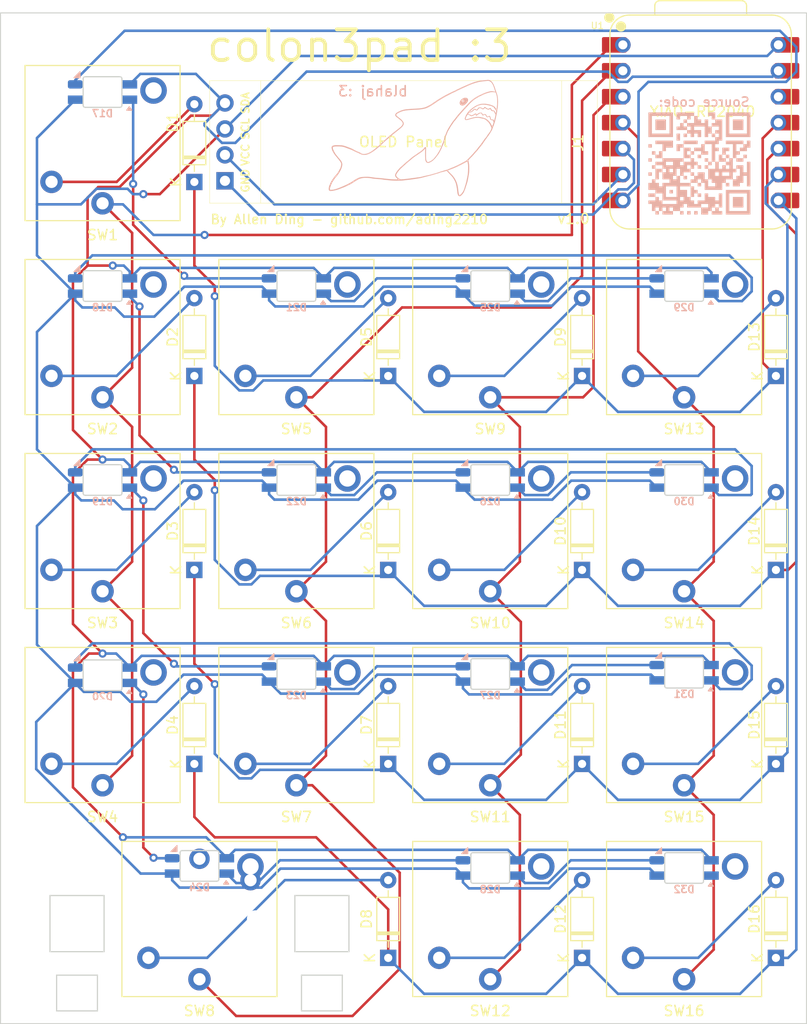
<source format=kicad_pcb>
(kicad_pcb (version 20241229) (generator "pcbnew") (generator_version "9.0")
  (layers (0 "F.Cu" signal) (2 "B.Cu" signal) (13 "F.Paste" user) (15 "B.Paste" user) (5 "F.SilkS" user "F.Silkscreen") (7 "B.SilkS" user "B.Silkscreen") (1 "F.Mask" user) (3 "B.Mask" user) (25 "Edge.Cuts" user))
  (net 0 "")
  (net 1 "/DATA")
  (net 2 "Net-(D17-DOUT)")
  (net 3 "GND")
  (net 4 "+5V")
  (net 5 "Net-(D18-DOUT)")
  (net 6 "Net-(D18-DIN)")
  (net 7 "Net-(D19-DOUT)")
  (net 8 "Net-(D19-DIN)")
  (net 9 "Net-(D20-DIN)")
  (net 10 "Net-(D20-DOUT)")
  (net 11 "Net-(D21-DOUT)")
  (net 12 "Net-(D22-DOUT)")
  (net 13 "Net-(D23-DOUT)")
  (net 14 "Net-(D24-DOUT)")
  (net 15 "Net-(D25-DOUT)")
  (net 16 "Net-(D26-DOUT)")
  (net 17 "Net-(D27-DOUT)")
  (net 18 "Net-(D28-DOUT)")
  (net 20 "Net-(D1-A)")
  (net 21 "/ROW1")
  (net 22 "/ROW2")
  (net 23 "Net-(D2-A)")
  (net 24 "Net-(D3-A)")
  (net 25 "/ROW3")
  (net 26 "/ROW4")
  (net 27 "Net-(D4-A)")
  (net 28 "Net-(D5-A)")
  (net 29 "Net-(D6-A)")
  (net 30 "Net-(D7-A)")
  (net 31 "Net-(D8-A)")
  (net 32 "Net-(D9-A)")
  (net 33 "Net-(D10-A)")
  (net 34 "Net-(D11-A)")
  (net 35 "Net-(D12-A)")
  (net 36 "Net-(D13-A)")
  (net 37 "Net-(D14-A)")
  (net 38 "Net-(D15-A)")
  (net 39 "Net-(D16-A)")
  (net 40 "/SCL")
  (net 41 "/SDA")
  (net 42 "/COL1")
  (net 43 "/COL2")
  (net 44 "/COL3")
  (net 45 "/COL4")
  (footprint "Diode_THT:D_DO-35_SOD27_P7.62mm_Horizontal" (layer "F.Cu") (at 92 57.81 90)
    (property "Reference" "D1")
    (property "Value" "D")
  )
  (footprint "library_edited:SW_Kailh_Choc_V2_1.00u" (layer "F.Cu") (at 102 111 180)
    (property "Reference" "SW7")
    (property "Value" "SW_Push")
  )
  (footprint "library_edited:SW_Kailh_Choc_V2_1.00u" (layer "F.Cu") (at 121 111 180)
    (property "Reference" "SW11")
    (property "Value" "SW_Push")
  )
  (footprint "mbk-footprints:Choc-2u-solder" (layer "F.Cu") (at 92.5 130 180)
    (property "Reference" "2u" (hide yes))
    (property "Value" " " (hide yes))
    (fp_line (start 14.65 2.3) (end 14.65 -3.2) (stroke (width 0.12)) (layer "Edge.Cuts"))
    (fp_line (start 14 -5.5) (end 14 -9) (stroke (width 0.12)) (layer "Edge.Cuts"))
    (fp_line (start 10 -5.5) (end 14 -5.5) (stroke (width 0.12)) (layer "Edge.Cuts"))
    (fp_line (start 10 -9) (end 14 -9) (stroke (width 0.12)) (layer "Edge.Cuts"))
    (fp_line (start 10 -9) (end 10 -5.5) (stroke (width 0.12)) (layer "Edge.Cuts"))
    (fp_line (start 9.35 2.3) (end 14.65 2.3) (stroke (width 0.12)) (layer "Edge.Cuts"))
    (fp_line (start 9.35 -3.2) (end 14.65 -3.2) (stroke (width 0.12)) (layer "Edge.Cuts"))
    (fp_line (start 9.35 -3.2) (end 9.35 2.3) (stroke (width 0.12)) (layer "Edge.Cuts"))
    (fp_line (start -9.35 2.3) (end -9.35 -3.2) (stroke (width 0.12)) (layer "Edge.Cuts"))
    (fp_line (start -10 -5.5) (end -10 -9) (stroke (width 0.12)) (layer "Edge.Cuts"))
    (fp_line (start -14 -5.5) (end -10 -5.5) (stroke (width 0.12)) (layer "Edge.Cuts"))
    (fp_line (start -14 -9) (end -10 -9) (stroke (width 0.12)) (layer "Edge.Cuts"))
    (fp_line (start -14 -9) (end -14 -5.5) (stroke (width 0.12)) (layer "Edge.Cuts"))
    (fp_line (start -14.65 2.3) (end -9.35 2.3) (stroke (width 0.12)) (layer "Edge.Cuts"))
    (fp_line (start -14.65 -3.2) (end -9.35 -3.2) (stroke (width 0.12)) (layer "Edge.Cuts"))
    (fp_line (start -14.65 -3.2) (end -14.65 2.3) (stroke (width 0.12)) (layer "Edge.Cuts"))
  )
  (footprint "OPL:XIAO-RP2040-DIP" (layer "F.Cu") (at 141.62 52)
    (property "Reference" "U1")
    (property "Value" "XIAO-RP2040-DIP")
  )
  (footprint "Diode_THT:D_DO-35_SOD27_P7.62mm_Horizontal" (layer "F.Cu") (at 149 114.81 90)
    (property "Reference" "D15")
    (property "Value" "D")
  )
  (footprint "KiCad-SSD1306-0.91-OLED-4pin-128x32:SSD1306-0.91-OLED-4pin-128x32" (layer "F.Cu") (at 131.5 59.885 180)
    (property "Reference" "J1")
    (property "Value" "Conn_01x04")
  )
  (footprint "Diode_THT:D_DO-35_SOD27_P7.62mm_Horizontal" (layer "F.Cu") (at 111 95.81 90)
    (property "Reference" "D6")
    (property "Value" "D")
  )
  (footprint "library_edited:SW_Kailh_Choc_V2_1.00u" (layer "F.Cu") (at 140 73 180)
    (property "Reference" "SW13")
    (property "Value" "SW_Push")
  )
  (footprint "library_edited:SW_Kailh_Choc_V2_1.00u" (layer "F.Cu") (at 102 92 180)
    (property "Reference" "SW6")
    (property "Value" "SW_Push")
  )
  (footprint "Diode_THT:D_DO-35_SOD27_P7.62mm_Horizontal" (layer "F.Cu") (at 130 95.81 90)
    (property "Reference" "D10")
    (property "Value" "D")
  )
  (footprint "library_edited:SW_Kailh_Choc_V2_1.00u" (layer "F.Cu") (at 102 73 180)
    (property "Reference" "SW5")
    (property "Value" "SW_Push")
  )
  (footprint "library_edited:SW_Kailh_Choc_V2_1.00u" (layer "F.Cu") (at 140 111 180)
    (property "Reference" "SW15")
    (property "Value" "SW_Push")
  )
  (footprint "library_edited:SW_Kailh_Choc_V2_1.00u" (layer "F.Cu") (at 92.5 130 180)
    (property "Reference" "SW8")
    (property "Value" "SW_Push")
  )
  (footprint "Diode_THT:D_DO-35_SOD27_P7.62mm_Horizontal" (layer "F.Cu") (at 111 114.81 90)
    (property "Reference" "D7")
    (property "Value" "D")
  )
  (footprint "Diode_THT:D_DO-35_SOD27_P7.62mm_Horizontal" (layer "F.Cu") (at 92 76.81 90)
    (property "Reference" "D2")
    (property "Value" "D")
  )
  (footprint "Diode_THT:D_DO-35_SOD27_P7.62mm_Horizontal" (layer "F.Cu") (at 111 133.81 90)
    (property "Reference" "D8")
    (property "Value" "D")
  )
  (footprint "Diode_THT:D_DO-35_SOD27_P7.62mm_Horizontal" (layer "F.Cu") (at 92 114.81 90)
    (property "Reference" "D4")
    (property "Value" "D")
  )
  (footprint "library_edited:SW_Kailh_Choc_V2_1.00u" (layer "F.Cu") (at 83 111 180)
    (property "Reference" "SW4")
    (property "Value" "SW_Push")
  )
  (footprint "Diode_THT:D_DO-35_SOD27_P7.62mm_Horizontal" (layer "F.Cu") (at 149 95.81 90)
    (property "Reference" "D14")
    (property "Value" "D")
  )
  (footprint "library_edited:SW_Kailh_Choc_V2_1.00u" (layer "F.Cu") (at 83 54 180)
    (property "Reference" "SW1")
    (property "Value" "SW_Push")
  )
  (footprint "library_edited:SW_Kailh_Choc_V2_1.00u" (layer "F.Cu") (at 140 130 180)
    (property "Reference" "SW16")
    (property "Value" "SW_Push")
  )
  (footprint "Diode_THT:D_DO-35_SOD27_P7.62mm_Horizontal" (layer "F.Cu") (at 111 76.81 90)
    (property "Reference" "D5")
    (property "Value" "D")
  )
  (footprint "Diode_THT:D_DO-35_SOD27_P7.62mm_Horizontal" (layer "F.Cu") (at 130 133.81 90)
    (property "Reference" "D12")
    (property "Value" "D")
  )
  (footprint "library_edited:SW_Kailh_Choc_V2_1.00u" (layer "F.Cu") (at 121 73 180)
    (property "Reference" "SW9")
    (property "Value" "SW_Push")
  )
  (footprint "Diode_THT:D_DO-35_SOD27_P7.62mm_Horizontal" (layer "F.Cu") (at 149 76.81 90)
    (property "Reference" "D13")
    (property "Value" "D")
  )
  (footprint "Diode_THT:D_DO-35_SOD27_P7.62mm_Horizontal" (layer "F.Cu") (at 130 76.81 90)
    (property "Reference" "D9")
    (property "Value" "D")
  )
  (footprint "Diode_THT:D_DO-35_SOD27_P7.62mm_Horizontal" (layer "F.Cu") (at 92 95.81 90)
    (property "Reference" "D3")
    (property "Value" "D")
  )
  (footprint "library_edited:SW_Kailh_Choc_V2_1.00u" (layer "F.Cu") (at 83 73 180)
    (property "Reference" "SW2")
    (property "Value" "SW_Push")
  )
  (footprint "Diode_THT:D_DO-35_SOD27_P7.62mm_Horizontal" (layer "F.Cu") (at 149 133.81 90)
    (property "Reference" "D16")
    (property "Value" "D")
  )
  (footprint "library_edited:SW_Kailh_Choc_V2_1.00u" (layer "F.Cu") (at 140 92 180)
    (property "Reference" "SW14")
    (property "Value" "SW_Push")
  )
  (footprint "Diode_THT:D_DO-35_SOD27_P7.62mm_Horizontal" (layer "F.Cu") (at 130 114.81 90)
    (property "Reference" "D11")
    (property "Value" "D")
  )
  (footprint "library_edited:SW_Kailh_Choc_V2_1.00u" (layer "F.Cu") (at 121 130 180)
    (property "Reference" "SW12")
    (property "Value" "SW_Push")
  )
  (footprint "library_edited:SW_Kailh_Choc_V2_1.00u" (layer "F.Cu") (at 121 92 180)
    (property "Reference" "SW10")
    (property "Value" "SW_Push")
  )
  (footprint "library_edited:SW_Kailh_Choc_V2_1.00u" (layer "F.Cu") (at 83 92 180)
    (property "Reference" "SW3")
    (property "Value" "SW_Push")
  )
  (footprint "library_edited:SK6812-MINI-E" (layer "B.Cu") (at 83 68 180)
    (property "Reference" "D18")
    (property "Value" "SK6812MINI" (hide yes))
    (fp_line (start 1.9 1.3) (end 1.9 -1.3) (stroke (width 0.12)) (layer "Edge.Cuts"))
    (fp_line (start 1.7 -1.5) (end -1.7 -1.5) (stroke (width 0.12)) (layer "Edge.Cuts"))
    (fp_line (start -1.7 1.5) (end 1.7 1.5) (stroke (width 0.12)) (layer "Edge.Cuts"))
    (fp_line (start -1.9 -1.3) (end -1.9 1.3) (stroke (width 0.12)) (layer "Edge.Cuts"))
    (fp_arc (start 1.9 1.3) (mid 1.841421 1.441421) (end 1.7 1.5) (stroke (width 0.12)) (layer "Edge.Cuts"))
    (fp_arc (start 1.7 -1.5) (mid 1.841421 -1.441421) (end 1.9 -1.3) (stroke (width 0.12)) (layer "Edge.Cuts"))
    (fp_arc (start -1.7 1.5) (mid -1.841421 1.441421) (end -1.9 1.3) (stroke (width 0.12)) (layer "Edge.Cuts"))
    (fp_arc (start -1.9 -1.3) (mid -1.841421 -1.441421) (end -1.7 -1.5) (stroke (width 0.12)) (layer "Edge.Cuts"))
  )
  (footprint "library_edited:SK6812-MINI-E" (layer "B.Cu") (at 83 87 180)
    (property "Reference" "D19")
    (property "Value" "SK6812MINI" (hide yes))
    (fp_line (start 1.9 1.3) (end 1.9 -1.3) (stroke (width 0.12)) (layer "Edge.Cuts"))
    (fp_line (start 1.7 -1.5) (end -1.7 -1.5) (stroke (width 0.12)) (layer "Edge.Cuts"))
    (fp_line (start -1.7 1.5) (end 1.7 1.5) (stroke (width 0.12)) (layer "Edge.Cuts"))
    (fp_line (start -1.9 -1.3) (end -1.9 1.3) (stroke (width 0.12)) (layer "Edge.Cuts"))
    (fp_arc (start 1.9 1.3) (mid 1.841421 1.441421) (end 1.7 1.5) (stroke (width 0.12)) (layer "Edge.Cuts"))
    (fp_arc (start 1.7 -1.5) (mid 1.841421 -1.441421) (end 1.9 -1.3) (stroke (width 0.12)) (layer "Edge.Cuts"))
    (fp_arc (start -1.7 1.5) (mid -1.841421 1.441421) (end -1.9 1.3) (stroke (width 0.12)) (layer "Edge.Cuts"))
    (fp_arc (start -1.9 -1.3) (mid -1.841421 -1.441421) (end -1.7 -1.5) (stroke (width 0.12)) (layer "Edge.Cuts"))
  )
  (footprint "library_edited:SK6812-MINI-E" (layer "B.Cu") (at 102 68 180)
    (property "Reference" "D21")
    (property "Value" "SK6812MINI" (hide yes))
    (fp_line (start 1.9 1.3) (end 1.9 -1.3) (stroke (width 0.12)) (layer "Edge.Cuts"))
    (fp_line (start 1.7 -1.5) (end -1.7 -1.5) (stroke (width 0.12)) (layer "Edge.Cuts"))
    (fp_line (start -1.7 1.5) (end 1.7 1.5) (stroke (width 0.12)) (layer "Edge.Cuts"))
    (fp_line (start -1.9 -1.3) (end -1.9 1.3) (stroke (width 0.12)) (layer "Edge.Cuts"))
    (fp_arc (start 1.9 1.3) (mid 1.841421 1.441421) (end 1.7 1.5) (stroke (width 0.12)) (layer "Edge.Cuts"))
    (fp_arc (start 1.7 -1.5) (mid 1.841421 -1.441421) (end 1.9 -1.3) (stroke (width 0.12)) (layer "Edge.Cuts"))
    (fp_arc (start -1.7 1.5) (mid -1.841421 1.441421) (end -1.9 1.3) (stroke (width 0.12)) (layer "Edge.Cuts"))
    (fp_arc (start -1.9 -1.3) (mid -1.841421 -1.441421) (end -1.7 -1.5) (stroke (width 0.12)) (layer "Edge.Cuts"))
  )
  (footprint "library_edited:SK6812-MINI-E" (layer "B.Cu") (at 140 105.875 180)
    (property "Reference" "D31")
    (property "Value" "SK6812MINI" (hide yes))
    (fp_line (start 1.9 1.3) (end 1.9 -1.3) (stroke (width 0.12)) (layer "Edge.Cuts"))
    (fp_line (start 1.7 -1.5) (end -1.7 -1.5) (stroke (width 0.12)) (layer "Edge.Cuts"))
    (fp_line (start -1.7 1.5) (end 1.7 1.5) (stroke (width 0.12)) (layer "Edge.Cuts"))
    (fp_line (start -1.9 -1.3) (end -1.9 1.3) (stroke (width 0.12)) (layer "Edge.Cuts"))
    (fp_arc (start 1.9 1.3) (mid 1.841421 1.441421) (end 1.7 1.5) (stroke (width 0.12)) (layer "Edge.Cuts"))
    (fp_arc (start 1.7 -1.5) (mid 1.841421 -1.441421) (end 1.9 -1.3) (stroke (width 0.12)) (layer "Edge.Cuts"))
    (fp_arc (start -1.7 1.5) (mid -1.841421 1.441421) (end -1.9 1.3) (stroke (width 0.12)) (layer "Edge.Cuts"))
    (fp_arc (start -1.9 -1.3) (mid -1.841421 -1.441421) (end -1.7 -1.5) (stroke (width 0.12)) (layer "Edge.Cuts"))
  )
  (footprint "library_edited:SK6812-MINI-E" (layer "B.Cu") (at 121 87 180)
    (property "Reference" "D26")
    (property "Value" "SK6812MINI" (hide yes))
    (fp_line (start 1.9 1.3) (end 1.9 -1.3) (stroke (width 0.12)) (layer "Edge.Cuts"))
    (fp_line (start 1.7 -1.5) (end -1.7 -1.5) (stroke (width 0.12)) (layer "Edge.Cuts"))
    (fp_line (start -1.7 1.5) (end 1.7 1.5) (stroke (width 0.12)) (layer "Edge.Cuts"))
    (fp_line (start -1.9 -1.3) (end -1.9 1.3) (stroke (width 0.12)) (layer "Edge.Cuts"))
    (fp_arc (start 1.9 1.3) (mid 1.841421 1.441421) (end 1.7 1.5) (stroke (width 0.12)) (layer "Edge.Cuts"))
    (fp_arc (start 1.7 -1.5) (mid 1.841421 -1.441421) (end 1.9 -1.3) (stroke (width 0.12)) (layer "Edge.Cuts"))
    (fp_arc (start -1.7 1.5) (mid -1.841421 1.441421) (end -1.9 1.3) (stroke (width 0.12)) (layer "Edge.Cuts"))
    (fp_arc (start -1.9 -1.3) (mid -1.841421 -1.441421) (end -1.7 -1.5) (stroke (width 0.12)) (layer "Edge.Cuts"))
  )
  (footprint "LOGO" (layer "B.Cu") (at 141.5 56 180)
    (property "Reference" "G***" (hide yes))
    (property "Value" "LOGO" (hide yes))
  )
  (footprint "LOGO" (layer "B.Cu") (at 113.5 53.5 180)
    (property "Reference" "G***" (hide yes))
    (property "Value" "LOGO" (hide yes))
  )
  (footprint "library_edited:SK6812-MINI-E" (layer "B.Cu") (at 140 125 180)
    (property "Reference" "D32")
    (property "Value" "SK6812MINI" (hide yes))
    (fp_line (start 1.9 1.3) (end 1.9 -1.3) (stroke (width 0.12)) (layer "Edge.Cuts"))
    (fp_line (start 1.7 -1.5) (end -1.7 -1.5) (stroke (width 0.12)) (layer "Edge.Cuts"))
    (fp_line (start -1.7 1.5) (end 1.7 1.5) (stroke (width 0.12)) (layer "Edge.Cuts"))
    (fp_line (start -1.9 -1.3) (end -1.9 1.3) (stroke (width 0.12)) (layer "Edge.Cuts"))
    (fp_arc (start 1.9 1.3) (mid 1.841421 1.441421) (end 1.7 1.5) (stroke (width 0.12)) (layer "Edge.Cuts"))
    (fp_arc (start 1.7 -1.5) (mid 1.841421 -1.441421) (end 1.9 -1.3) (stroke (width 0.12)) (layer "Edge.Cuts"))
    (fp_arc (start -1.7 1.5) (mid -1.841421 1.441421) (end -1.9 1.3) (stroke (width 0.12)) (layer "Edge.Cuts"))
    (fp_arc (start -1.9 -1.3) (mid -1.841421 -1.441421) (end -1.7 -1.5) (stroke (width 0.12)) (layer "Edge.Cuts"))
  )
  (footprint "library_edited:SK6812-MINI-E" (layer "B.Cu") (at 121 68 180)
    (property "Reference" "D25")
    (property "Value" "SK6812MINI" (hide yes))
    (fp_line (start 1.9 1.3) (end 1.9 -1.3) (stroke (width 0.12)) (layer "Edge.Cuts"))
    (fp_line (start 1.7 -1.5) (end -1.7 -1.5) (stroke (width 0.12)) (layer "Edge.Cuts"))
    (fp_line (start -1.7 1.5) (end 1.7 1.5) (stroke (width 0.12)) (layer "Edge.Cuts"))
    (fp_line (start -1.9 -1.3) (end -1.9 1.3) (stroke (width 0.12)) (layer "Edge.Cuts"))
    (fp_arc (start 1.9 1.3) (mid 1.841421 1.441421) (end 1.7 1.5) (stroke (width 0.12)) (layer "Edge.Cuts"))
    (fp_arc (start 1.7 -1.5) (mid 1.841421 -1.441421) (end 1.9 -1.3) (stroke (width 0.12)) (layer "Edge.Cuts"))
    (fp_arc (start -1.7 1.5) (mid -1.841421 1.441421) (end -1.9 1.3) (stroke (width 0.12)) (layer "Edge.Cuts"))
    (fp_arc (start -1.9 -1.3) (mid -1.841421 -1.441421) (end -1.7 -1.5) (stroke (width 0.12)) (layer "Edge.Cuts"))
  )
  (footprint "library_edited:SK6812-MINI-E" (layer "B.Cu") (at 102 106 180)
    (property "Reference" "D23")
    (property "Value" "SK6812MINI" (hide yes))
    (fp_line (start 1.9 1.3) (end 1.9 -1.3) (stroke (width 0.12)) (layer "Edge.Cuts"))
    (fp_line (start 1.7 -1.5) (end -1.7 -1.5) (stroke (width 0.12)) (layer "Edge.Cuts"))
    (fp_line (start -1.7 1.5) (end 1.7 1.5) (stroke (width 0.12)) (layer "Edge.Cuts"))
    (fp_line (start -1.9 -1.3) (end -1.9 1.3) (stroke (width 0.12)) (layer "Edge.Cuts"))
    (fp_arc (start 1.9 1.3) (mid 1.841421 1.441421) (end 1.7 1.5) (stroke (width 0.12)) (layer "Edge.Cuts"))
    (fp_arc (start 1.7 -1.5) (mid 1.841421 -1.441421) (end 1.9 -1.3) (stroke (width 0.12)) (layer "Edge.Cuts"))
    (fp_arc (start -1.7 1.5) (mid -1.841421 1.441421) (end -1.9 1.3) (stroke (width 0.12)) (layer "Edge.Cuts"))
    (fp_arc (start -1.9 -1.3) (mid -1.841421 -1.441421) (end -1.7 -1.5) (stroke (width 0.12)) (layer "Edge.Cuts"))
  )
  (footprint "library_edited:SK6812-MINI-E" (layer "B.Cu") (at 140 68 180)
    (property "Reference" "D29")
    (property "Value" "SK6812MINI" (hide yes))
    (fp_line (start 1.9 1.3) (end 1.9 -1.3) (stroke (width 0.12)) (layer "Edge.Cuts"))
    (fp_line (start 1.7 -1.5) (end -1.7 -1.5) (stroke (width 0.12)) (layer "Edge.Cuts"))
    (fp_line (start -1.7 1.5) (end 1.7 1.5) (stroke (width 0.12)) (layer "Edge.Cuts"))
    (fp_line (start -1.9 -1.3) (end -1.9 1.3) (stroke (width 0.12)) (layer "Edge.Cuts"))
    (fp_arc (start 1.9 1.3) (mid 1.841421 1.441421) (end 1.7 1.5) (stroke (width 0.12)) (layer "Edge.Cuts"))
    (fp_arc (start 1.7 -1.5) (mid 1.841421 -1.441421) (end 1.9 -1.3) (stroke (width 0.12)) (layer "Edge.Cuts"))
    (fp_arc (start -1.7 1.5) (mid -1.841421 1.441421) (end -1.9 1.3) (stroke (width 0.12)) (layer "Edge.Cuts"))
    (fp_arc (start -1.9 -1.3) (mid -1.841421 -1.441421) (end -1.7 -1.5) (stroke (width 0.12)) (layer "Edge.Cuts"))
  )
  (footprint "library_edited:SK6812-MINI-E" (layer "B.Cu") (at 92.5 124.8 180)
    (property "Reference" "D24")
    (property "Value" "SK6812MINI" (hide yes))
    (fp_line (start 1.9 1.3) (end 1.9 -1.3) (stroke (width 0.12)) (layer "Edge.Cuts"))
    (fp_line (start 1.7 -1.5) (end -1.7 -1.5) (stroke (width 0.12)) (layer "Edge.Cuts"))
    (fp_line (start -1.7 1.5) (end 1.7 1.5) (stroke (width 0.12)) (layer "Edge.Cuts"))
    (fp_line (start -1.9 -1.3) (end -1.9 1.3) (stroke (width 0.12)) (layer "Edge.Cuts"))
    (fp_arc (start 1.9 1.3) (mid 1.841421 1.441421) (end 1.7 1.5) (stroke (width 0.12)) (layer "Edge.Cuts"))
    (fp_arc (start 1.7 -1.5) (mid 1.841421 -1.441421) (end 1.9 -1.3) (stroke (width 0.12)) (layer "Edge.Cuts"))
    (fp_arc (start -1.7 1.5) (mid -1.841421 1.441421) (end -1.9 1.3) (stroke (width 0.12)) (layer "Edge.Cuts"))
    (fp_arc (start -1.9 -1.3) (mid -1.841421 -1.441421) (end -1.7 -1.5) (stroke (width 0.12)) (layer "Edge.Cuts"))
  )
  (footprint "library_edited:SK6812-MINI-E" (layer "B.Cu") (at 83 106.125 180)
    (property "Reference" "D20")
    (property "Value" "SK6812MINI" (hide yes))
    (fp_line (start 1.9 1.3) (end 1.9 -1.3) (stroke (width 0.12)) (layer "Edge.Cuts"))
    (fp_line (start 1.7 -1.5) (end -1.7 -1.5) (stroke (width 0.12)) (layer "Edge.Cuts"))
    (fp_line (start -1.7 1.5) (end 1.7 1.5) (stroke (width 0.12)) (layer "Edge.Cuts"))
    (fp_line (start -1.9 -1.3) (end -1.9 1.3) (stroke (width 0.12)) (layer "Edge.Cuts"))
    (fp_arc (start 1.9 1.3) (mid 1.841421 1.441421) (end 1.7 1.5) (stroke (width 0.12)) (layer "Edge.Cuts"))
    (fp_arc (start 1.7 -1.5) (mid 1.841421 -1.441421) (end 1.9 -1.3) (stroke (width 0.12)) (layer "Edge.Cuts"))
    (fp_arc (start -1.7 1.5) (mid -1.841421 1.441421) (end -1.9 1.3) (stroke (width 0.12)) (layer "Edge.Cuts"))
    (fp_arc (start -1.9 -1.3) (mid -1.841421 -1.441421) (end -1.7 -1.5) (stroke (width 0.12)) (layer "Edge.Cuts"))
  )
  (footprint "library_edited:SK6812-MINI-E" (layer "B.Cu") (at 121 125 180)
    (property "Reference" "D28")
    (property "Value" "SK6812MINI" (hide yes))
    (fp_line (start 1.9 1.3) (end 1.9 -1.3) (stroke (width 0.12)) (layer "Edge.Cuts"))
    (fp_line (start 1.7 -1.5) (end -1.7 -1.5) (stroke (width 0.12)) (layer "Edge.Cuts"))
    (fp_line (start -1.7 1.5) (end 1.7 1.5) (stroke (width 0.12)) (layer "Edge.Cuts"))
    (fp_line (start -1.9 -1.3) (end -1.9 1.3) (stroke (width 0.12)) (layer "Edge.Cuts"))
    (fp_arc (start 1.9 1.3) (mid 1.841421 1.441421) (end 1.7 1.5) (stroke (width 0.12)) (layer "Edge.Cuts"))
    (fp_arc (start 1.7 -1.5) (mid 1.841421 -1.441421) (end 1.9 -1.3) (stroke (width 0.12)) (layer "Edge.Cuts"))
    (fp_arc (start -1.7 1.5) (mid -1.841421 1.441421) (end -1.9 1.3) (stroke (width 0.12)) (layer "Edge.Cuts"))
    (fp_arc (start -1.9 -1.3) (mid -1.841421 -1.441421) (end -1.7 -1.5) (stroke (width 0.12)) (layer "Edge.Cuts"))
  )
  (footprint "library_edited:SK6812-MINI-E" (layer "B.Cu") (at 121 106 180)
    (property "Reference" "D27")
    (property "Value" "SK6812MINI" (hide yes))
    (fp_line (start 1.9 1.3) (end 1.9 -1.3) (stroke (width 0.12)) (layer "Edge.Cuts"))
    (fp_line (start 1.7 -1.5) (end -1.7 -1.5) (stroke (width 0.12)) (layer "Edge.Cuts"))
    (fp_line (start -1.7 1.5) (end 1.7 1.5) (stroke (width 0.12)) (layer "Edge.Cuts"))
    (fp_line (start -1.9 -1.3) (end -1.9 1.3) (stroke (width 0.12)) (layer "Edge.Cuts"))
    (fp_arc (start 1.9 1.3) (mid 1.841421 1.441421) (end 1.7 1.5) (stroke (width 0.12)) (layer "Edge.Cuts"))
    (fp_arc (start 1.7 -1.5) (mid 1.841421 -1.441421) (end 1.9 -1.3) (stroke (width 0.12)) (layer "Edge.Cuts"))
    (fp_arc (start -1.7 1.5) (mid -1.841421 1.441421) (end -1.9 1.3) (stroke (width 0.12)) (layer "Edge.Cuts"))
    (fp_arc (start -1.9 -1.3) (mid -1.841421 -1.441421) (end -1.7 -1.5) (stroke (width 0.12)) (layer "Edge.Cuts"))
  )
  (footprint "library_edited:SK6812-MINI-E" (layer "B.Cu") (at 102 87 180)
    (property "Reference" "D22")
    (property "Value" "SK6812MINI" (hide yes))
    (fp_line (start 1.9 1.3) (end 1.9 -1.3) (stroke (width 0.12)) (layer "Edge.Cuts"))
    (fp_line (start 1.7 -1.5) (end -1.7 -1.5) (stroke (width 0.12)) (layer "Edge.Cuts"))
    (fp_line (start -1.7 1.5) (end 1.7 1.5) (stroke (width 0.12)) (layer "Edge.Cuts"))
    (fp_line (start -1.9 -1.3) (end -1.9 1.3) (stroke (width 0.12)) (layer "Edge.Cuts"))
    (fp_arc (start 1.9 1.3) (mid 1.841421 1.441421) (end 1.7 1.5) (stroke (width 0.12)) (layer "Edge.Cuts"))
    (fp_arc (start 1.7 -1.5) (mid 1.841421 -1.441421) (end 1.9 -1.3) (stroke (width 0.12)) (layer "Edge.Cuts"))
    (fp_arc (start -1.7 1.5) (mid -1.841421 1.441421) (end -1.9 1.3) (stroke (width 0.12)) (layer "Edge.Cuts"))
    (fp_arc (start -1.9 -1.3) (mid -1.841421 -1.441421) (end -1.7 -1.5) (stroke (width 0.12)) (layer "Edge.Cuts"))
  )
  (footprint "library_edited:SK6812-MINI-E" (layer "B.Cu") (at 83 49 180)
    (property "Reference" "D17")
    (property "Value" "SK6812MINI" (hide yes))
    (fp_line (start 1.9 1.3) (end 1.9 -1.3) (stroke (width 0.12)) (layer "Edge.Cuts"))
    (fp_line (start 1.7 -1.5) (end -1.7 -1.5) (stroke (width 0.12)) (layer "Edge.Cuts"))
    (fp_line (start -1.7 1.5) (end 1.7 1.5) (stroke (width 0.12)) (layer "Edge.Cuts"))
    (fp_line (start -1.9 -1.3) (end -1.9 1.3) (stroke (width 0.12)) (layer "Edge.Cuts"))
    (fp_arc (start 1.9 1.3) (mid 1.841421 1.441421) (end 1.7 1.5) (stroke (width 0.12)) (layer "Edge.Cuts"))
    (fp_arc (start 1.7 -1.5) (mid 1.841421 -1.441421) (end 1.9 -1.3) (stroke (width 0.12)) (layer "Edge.Cuts"))
    (fp_arc (start -1.7 1.5) (mid -1.841421 1.441421) (end -1.9 1.3) (stroke (width 0.12)) (layer "Edge.Cuts"))
    (fp_arc (start -1.9 -1.3) (mid -1.841421 -1.441421) (end -1.7 -1.5) (stroke (width 0.12)) (layer "Edge.Cuts"))
  )
  (footprint "library_edited:SK6812-MINI-E" (layer "B.Cu") (at 140 87 180)
    (property "Reference" "D30")
    (property "Value" "SK6812MINI" (hide yes))
    (fp_line (start 1.9 1.3) (end 1.9 -1.3) (stroke (width 0.12)) (layer "Edge.Cuts"))
    (fp_line (start 1.7 -1.5) (end -1.7 -1.5) (stroke (width 0.12)) (layer "Edge.Cuts"))
    (fp_line (start -1.7 1.5) (end 1.7 1.5) (stroke (width 0.12)) (layer "Edge.Cuts"))
    (fp_line (start -1.9 -1.3) (end -1.9 1.3) (stroke (width 0.12)) (layer "Edge.Cuts"))
    (fp_arc (start 1.9 1.3) (mid 1.841421 1.441421) (end 1.7 1.5) (stroke (width 0.12)) (layer "Edge.Cuts"))
    (fp_arc (start 1.7 -1.5) (mid 1.841421 -1.441421) (end 1.9 -1.3) (stroke (width 0.12)) (layer "Edge.Cuts"))
    (fp_arc (start -1.7 1.5) (mid -1.841421 1.441421) (end -1.9 1.3) (stroke (width 0.12)) (layer "Edge.Cuts"))
    (fp_arc (start -1.9 -1.3) (mid -1.841421 -1.441421) (end -1.7 -1.5) (stroke (width 0.12)) (layer "Edge.Cuts"))
  )
  (gr_rect (start 73 41.25) (end 152 140.25) (stroke (width 0.1)) (fill no) (layer "Edge.Cuts"))
  (gr_text "colon3pad :3" (at 93 46.25 0) (layer "F.SilkS") (effects (font (size 3 3) (thickness 0.375)) (justify left bottom)))
  (gr_text "XIAO-RP2040" (at 136.5 51.5 0) (layer "F.SilkS") (effects (font (size 1 1)) (justify left bottom)))
  (gr_text "By Allen Ding - github.com/ading2210" (at 93.5 62 0) (layer "F.SilkS") (effects (font (size 0.9 0.9)) (justify left bottom)))
  (gr_text "v1.0" (at 127.5 62 0) (layer "F.SilkS") (effects (font (size 1 1)) (justify left bottom)))
  (gr_text "Source code:" (at 146.5 50.5 0) (layer "B.SilkS") (effects (font (size 0.9 0.9)) (justify left bottom mirror)))
  (gr_text "blahaj :3" (at 113 49.5 0) (layer "B.SilkS") (effects (font (size 1 1)) (justify left bottom mirror)))
  (segment (start 80.325 48.25) (end 80.325 47.84) (width 0.25) (layer "B.Cu") (net 1))
  (segment (start 151 47) (end 149.993 48.007) (width 0.25) (layer "B.Cu") (net 1))
  (segment (start 149.993 48.007) (end 136.493 48.007) (width 0.25) (layer "B.Cu") (net 1))
  (segment (start 135.537 48.963) (end 135.537 58.083) (width 0.25) (layer "B.Cu") (net 1))
  (segment (start 149.397251 43) (end 151 44.602749) (width 0.25) (layer "B.Cu") (net 1))
  (segment (start 80.325 47.84) (end 85.165 43) (width 0.25) (layer "B.Cu") (net 1))
  (segment (start 136.493 48.007) (end 135.537 48.963) (width 0.25) (layer "B.Cu") (net 1))
  (segment (start 135.537 58.083) (end 134 59.62) (width 0.25) (layer "B.Cu") (net 1))
  (segment (start 85.165 43) (end 149.397251 43) (width 0.25) (layer "B.Cu") (net 1))
  (segment (start 151 44.602749) (end 151 47) (width 0.25) (layer "B.Cu") (net 1))
  (segment (start 86 58) (end 86 62) (width 0.25) (layer "F.Cu") (net 2))
  (segment (start 86 62) (end 91 67) (width 0.25) (layer "F.Cu") (net 2))
  (via (at 91 67) (size 0.8) (drill 0.4) (layers "F.Cu" "B.Cu") (net 2))
  (via (at 86 58) (size 0.8) (drill 0.4) (layers "F.Cu" "B.Cu") (net 2))
  (segment (start 99.325 67.25) (end 91.25 67.25) (width 0.25) (layer "B.Cu") (net 2))
  (segment (start 85.675 49.75) (end 86 50.075) (width 0.25) (layer "B.Cu") (net 2))
  (segment (start 91.25 67.25) (end 91 67) (width 0.25) (layer "B.Cu") (net 2))
  (segment (start 86 50.075) (end 86 58) (width 0.25) (layer "B.Cu") (net 2))
  (segment (start 80.1 86.436027) (end 80.1 101.1) (width 0.25) (layer "F.Cu") (net 3))
  (segment (start 80.1 117.1) (end 85 122) (width 0.25) (layer "F.Cu") (net 3))
  (segment (start 80.1 105.561027) (end 80.1 117.1) (width 0.25) (layer "F.Cu") (net 3))
  (segment (start 82.58444 58.300305) (end 84.67439 58.300305) (width 0.25) (layer "F.Cu") (net 3))
  (segment (start 80.1 101.1) (end 83 104) (width 0.25) (layer "F.Cu") (net 3))
  (segment (start 81.661027 104) (end 80.1 105.561027) (width 0.25) (layer "F.Cu") (net 3))
  (segment (start 80.1 67.436027) (end 80.1 82.1) (width 0.25) (layer "F.Cu") (net 3))
  (segment (start 84.67439 58.300305) (end 91.659695 51.315) (width 0.25) (layer "F.Cu") (net 3))
  (segment (start 80.1 82.1) (end 83 85) (width 0.25) (layer "F.Cu") (net 3))
  (segment (start 83 104) (end 81.661027 104) (width 0.25) (layer "F.Cu") (net 3))
  (segment (start 91.659695 51.315) (end 93.76 51.315) (width 0.25) (layer "F.Cu") (net 3))
  (segment (start 84 66) (end 81.536027 66) (width 0.25) (layer "F.Cu") (net 3))
  (segment (start 81.536027 66) (end 80.1 67.436027) (width 0.25) (layer "F.Cu") (net 3))
  (segment (start 81.536027 85) (end 80.1 86.436027) (width 0.25) (layer "F.Cu") (net 3))
  (segment (start 83 85) (end 81.536027 85) (width 0.25) (layer "F.Cu") (net 3))
  (segment (start 81.536027 66) (end 81.536027 59.348718) (width 0.25) (layer "F.Cu") (net 3))
  (segment (start 81.536027 59.348718) (end 82.58444 58.300305) (width 0.25) (layer "F.Cu") (net 3))
  (segment (start 93.76 51.315) (end 95 50.075) (width 0.25) (layer "F.Cu") (net 3))
  (via (at 84 66) (size 0.8) (drill 0.4) (layers "F.Cu" "B.Cu") (net 3))
  (via (at 83 85) (size 0.8) (drill 0.4) (layers "F.Cu" "B.Cu") (net 3))
  (via (at 83 104) (size 0.8) (drill 0.4) (layers "F.Cu" "B.Cu") (net 3))
  (via (at 85 122) (size 0.8) (drill 0.4) (layers "F.Cu" "B.Cu") (net 3))
  (segment (start 123.675 105.211027) (end 123.675 105.25) (width 0.25) (layer "B.Cu") (net 3))
  (segment (start 123.675 86.25) (end 124.7 85.225) (width 0.25) (layer "B.Cu") (net 3))
  (segment (start 105.7 85.225) (end 122.688973 85.225) (width 0.25) (layer "B.Cu") (net 3))
  (segment (start 85.675 86.25) (end 86.7 85.225) (width 0.25) (layer "B.Cu") (net 3))
  (segment (start 96.02 53.98) (end 94.703299 53.98) (width 0.25) (layer "B.Cu") (net 3))
  (segment (start 134.957251 47.5) (end 134.450251 48.007) (width 0.25) (layer "B.Cu") (net 3))
  (segment (start 83 104) (end 84.338973 104) (width 0.25) (layer "B.Cu") (net 3))
  (segment (start 123.675 67.25) (end 124.7 66.225) (width 0.25) (layer "B.Cu") (net 3))
  (segment (start 103 47) (end 96.02 53.98) (width 0.25) (layer "B.Cu") (net 3))
  (segment (start 85.675 67.25) (end 85.675 66.59) (width 0.25) (layer "B.Cu") (net 3))
  (segment (start 134.450251 48.007) (end 133.549749 48.007) (width 0.25) (layer "B.Cu") (net 3))
  (segment (start 103.688973 104.225) (end 104.675 105.211027) (width 0.25) (layer "B.Cu") (net 3))
  (segment (start 86.7 66.225) (end 103.688973 66.225) (width 0.25) (layer "B.Cu") (net 3))
  (segment (start 103.688973 85.225) (end 104.675 86.211027) (width 0.25) (layer "B.Cu") (net 3))
  (segment (start 93.163973 122) (end 85 122) (width 0.25) (layer "B.Cu") (net 3))
  (segment (start 124.7 123.225) (end 141.688973 123.225) (width 0.25) (layer "B.Cu") (net 3))
  (segment (start 103.688973 66.225) (end 104.675 67.211027) (width 0.25) (layer "B.Cu") (net 3))
  (segment (start 148.66 47.5) (end 134.957251 47.5) (width 0.25) (layer "B.Cu") (net 3))
  (segment (start 122.688973 66.225) (end 123.675 67.211027) (width 0.25) (layer "B.Cu") (net 3))
  (segment (start 92.15 47.225) (end 86.7 47.225) (width 0.25) (layer "B.Cu") (net 3))
  (segment (start 86.7 85.225) (end 103.688973 85.225) (width 0.25) (layer "B.Cu") (net 3))
  (segment (start 141.688973 123.225) (end 142.675 124.211027) (width 0.25) (layer "B.Cu") (net 3))
  (segment (start 124.7 85.225) (end 141.688973 85.225) (width 0.25) (layer "B.Cu") (net 3))
  (segment (start 86.825 104.225) (end 103.688973 104.225) (width 0.25) (layer "B.Cu") (net 3))
  (segment (start 85.085 66) (end 84 66) (width 0.25) (layer "B.Cu") (net 3))
  (segment (start 85.675 105.336027) (end 85.675 105.375) (width 0.25) (layer "B.Cu") (net 3))
  (segment (start 122.725 123.225) (end 123.675 124.175) (width 0.25) (layer "B.Cu") (net 3))
  (segment (start 123.675 105.25) (end 124.7 104.225) (width 0.25) (layer "B.Cu") (net 3))
  (segment (start 93 52.276701) (end 93 52.075) (width 0.25) (layer "B.Cu") (net 3))
  (segment (start 104.675 67.211027) (end 104.675 67.25) (width 0.25) (layer "B.Cu") (net 3))
  (segment (start 142.675 124.211027) (end 142.675 124.25) (width 0.25) (layer "B.Cu") (net 3))
  (segment (start 142.225 66.225) (end 142.675 66.675) (width 0.25) (layer "B.Cu") (net 3))
  (segment (start 123.675 86.211027) (end 123.675 86.25) (width 0.25) (layer "B.Cu") (net 3))
  (segment (start 84.338973 104) (end 85.675 105.336027) (width 0.25) (layer "B.Cu") (net 3))
  (segment (start 124.7 66.225) (end 142.225 66.225) (width 0.25) (layer "B.Cu") (net 3))
  (segment (start 104.675 105.25) (end 105.7 104.225) (width 0.25) (layer "B.Cu") (net 3))
  (segment (start 95.175 124.05) (end 96 123.225) (width 0.25) (layer "B.Cu") (net 3))
  (segment (start 149.24 46.92) (end 148.66 47.5) (width 0.25) (layer "B.Cu") (net 3))
  (segment (start 122.688973 104.225) (end 123.675 105.211027) (width 0.25) (layer "B.Cu") (net 3))
  (segment (start 85.085 85) (end 85.675 85.59) (width 0.25) (layer "B.Cu") (net 3))
  (segment (start 142.675 86.211027) (end 142.675 86.25) (width 0.25) (layer "B.Cu") (net 3))
  (segment (start 95 50.075) (end 92.15 47.225) (width 0.25) (layer "B.Cu") (net 3))
  (segment (start 141.813973 104.225) (end 142.675 105.086027) (width 0.25) (layer "B.Cu") (net 3))
  (segment (start 96 123.225) (end 122.725 123.225) (width 0.25) (layer "B.Cu") (net 3))
  (segment (start 94.703299 53.98) (end 93 52.276701) (width 0.25) (layer "B.Cu") (net 3))
  (segment (start 104.675 86.211027) (end 104.675 86.25) (width 0.25) (layer "B.Cu") (net 3))
  (segment (start 93 52.075) (end 95 50.075) (width 0.25) (layer "B.Cu") (net 3))
  (segment (start 83 85) (end 85.085 85) (width 0.25) (layer "B.Cu") (net 3))
  (segment (start 123.675 124.25) (end 124.7 123.225) (width 0.25) (layer "B.Cu") (net 3))
  (segment (start 142.675 105.086027) (end 142.675 105.125) (width 0.25) (layer "B.Cu") (net 3))
  (segment (start 85.675 66.59) (end 85.085 66) (width 0.25) (layer "B.Cu") (net 3))
  (segment (start 86.7 47.225) (end 85.675 48.25) (width 0.25) (layer "B.Cu") (net 3))
  (segment (start 95.175 124.05) (end 95.175 124.011027) (width 0.25) (layer "B.Cu") (net 3))
  (segment (start 124.7 104.225) (end 141.813973 104.225) (width 0.25) (layer "B.Cu") (net 3))
  (segment (start 142.675 66.675) (end 142.675 67.25) (width 0.25) (layer "B.Cu") (net 3))
  (segment (start 123.675 67.211027) (end 123.675 67.25) (width 0.25) (layer "B.Cu") (net 3))
  (segment (start 133.549749 48.007) (end 132.542749 47) (width 0.25) (layer "B.Cu") (net 3))
  (segment (start 104.675 105.211027) (end 104.675 105.25) (width 0.25) (layer "B.Cu") (net 3))
  (segment (start 85.675 67.25) (end 86.7 66.225) (width 0.25) (layer "B.Cu") (net 3))
  (segment (start 104.675 67.25) (end 105.7 66.225) (width 0.25) (layer "B.Cu") (net 3))
  (segment (start 132.542749 47) (end 103 47) (width 0.25) (layer "B.Cu") (net 3))
  (segment (start 95.175 124.011027) (end 93.163973 122) (width 0.25) (layer "B.Cu") (net 3))
  (segment (start 104.675 86.25) (end 105.7 85.225) (width 0.25) (layer "B.Cu") (net 3))
  (segment (start 123.675 124.175) (end 123.675 124.25) (width 0.25) (layer "B.Cu") (net 3))
  (segment (start 85.675 85.59) (end 85.675 86.25) (width 0.25) (layer "B.Cu") (net 3))
  (segment (start 141.688973 85.225) (end 142.675 86.211027) (width 0.25) (layer "B.Cu") (net 3))
  (segment (start 105.7 66.225) (end 122.688973 66.225) (width 0.25) (layer "B.Cu") (net 3))
  (segment (start 122.688973 85.225) (end 123.675 86.211027) (width 0.25) (layer "B.Cu") (net 3))
  (segment (start 85.675 105.375) (end 86.825 104.225) (width 0.25) (layer "B.Cu") (net 3))
  (segment (start 105.7 104.225) (end 122.688973 104.225) (width 0.25) (layer "B.Cu") (net 3))
  (segment (start 88.615 59) (end 95 52.615) (width 0.25) (layer "F.Cu") (net 4))
  (segment (start 87 59) (end 88.615 59) (width 0.25) (layer "F.Cu") (net 4))
  (via (at 87 59) (size 0.8) (drill 0.4) (layers "F.Cu" "B.Cu") (net 4))
  (segment (start 90.54 126.925) (end 89.825 126.21) (width 0.25) (layer "B.Cu") (net 4))
  (segment (start 99.325 68.75) (end 98.64 68.065) (width 0.25) (layer "B.Cu") (net 4))
  (segment (start 76.5 110.7) (end 80.325 106.875) (width 0.25) (layer "B.Cu") (net 4))
  (segment (start 76.575 72.5) (end 76.575 84) (width 0.25) (layer "B.Cu") (net 4))
  (segment (start 118.325 68.788973) (end 118.325 68.75) (width 0.25) (layer "B.Cu") (net 4))
  (segment (start 76.575 60) (end 80.884745 60) (width 0.25) (layer "B.Cu") (net 4))
  (segment (start 128.935 106.065) (end 127 108) (width 0.25) (layer "B.Cu") (net 4))
  (segment (start 128.935 68.065) (end 127.075 69.925) (width 0.25) (layer "B.Cu") (net 4))
  (segment (start 117.64 106.065) (end 109.935 106.065) (width 0.25) (layer "B.Cu") (net 4))
  (segment (start 76.575 91.5) (end 76.575 103.125) (width 0.25) (layer "B.Cu") (net 4))
  (segment (start 136.64 125.065) (end 128.719494 125.065) (width 0.25) (layer "B.Cu") (net 4))
  (segment (start 127 108) (end 118.915 108) (width 0.25) (layer "B.Cu") (net 4))
  (segment (start 99.915 70) (end 99.325 69.41) (width 0.25) (layer "B.Cu") (net 4))
  (segment (start 108.599009 70) (end 99.915 70) (width 0.25) (layer "B.Cu") (net 4))
  (segment (start 118.325 125.75) (end 117.64 125.065) (width 0.25) (layer "B.Cu") (net 4))
  (segment (start 80.325 49.75) (end 76.575 53.5) (width 0.25) (layer "B.Cu") (net 4))
  (segment (start 109.935 106.065) (end 108.075 107.925) (width 0.25) (layer "B.Cu") (net 4))
  (segment (start 80.325 106.913973) (end 80.325 106.875) (width 0.25) (layer "B.Cu") (net 4))
  (segment (start 86.734745 125.55) (end 76.5 115.315255) (width 0.25) (layer "B.Cu") (net 4))
  (segment (start 84.75259 107.75259) (end 81.163617 107.75259) (width 0.25) (layer "B.Cu") (net 4))
  (segment (start 85.449695 58.475) (end 85.974695 59) (width 0.25) (layer "B.Cu") (net 4))
  (segment (start 108.075 107.925) (end 100.461027 107.925) (width 0.25) (layer "B.Cu") (net 4))
  (segment (start 119.461027 69.925) (end 118.325 68.788973) (width 0.25) (layer "B.Cu") (net 4))
  (segment (start 98.64 87.065) (end 90.935 87.065) (width 0.25) (layer "B.Cu") (net 4))
  (segment (start 100.461027 107.925) (end 99.325 106.788973) (width 0.25) (layer "B.Cu") (net 4))
  (segment (start 137.325 125.75) (end 136.64 125.065) (width 0.25) (layer "B.Cu") (net 4))
  (segment (start 76.575 103.125) (end 80.325 106.875) (width 0.25) (layer "B.Cu") (net 4))
  (segment (start 137.325 68.75) (end 136.64 68.065) (width 0.25) (layer "B.Cu") (net 4))
  (segment (start 98.575 126.925) (end 90.54 126.925) (width 0.25) (layer "B.Cu") (net 4))
  (segment (start 118.325 107.41) (end 118.325 106.75) (width 0.25) (layer "B.Cu") (net 4))
  (segment (start 110.534009 68.065) (end 108.599009 70) (width 0.25) (layer "B.Cu") (net 4))
  (segment (start 127.075 88.925) (end 119.461027 88.925) (width 0.25) (layer "B.Cu") (net 4))
  (segment (start 81.163617 107.75259) (end 80.325 106.913973) (width 0.25) (layer "B.Cu") (net 4))
  (segment (start 91.009049 68.065) (end 88.074049 71) (width 0.25) (layer "B.Cu") (net 4))
  (segment (start 76.575 65) (end 80.325 68.75) (width 0.25) (layer "B.Cu") (net 4))
  (segment (start 118.325 106.75) (end 117.64 106.065) (width 0.25) (layer "B.Cu") (net 4))
  (segment (start 99.325 106.75) (end 98.64 106.065) (width 0.25) (layer "B.Cu") (net 4))
  (segment (start 99.325 106.788973) (end 99.325 106.75) (width 0.25) (layer "B.Cu") (net 4))
  (segment (start 89.825 125.55) (end 86.734745 125.55) (width 0.25) (layer "B.Cu") (net 4))
  (segment (start 118.325 126.41) (end 118.325 125.75) (width 0.25) (layer "B.Cu") (net 4))
  (segment (start 126.784494 127) (end 118.915 127) (width 0.25) (layer "B.Cu") (net 4))
  (segment (start 88.275 108.725) (end 85.725 108.725) (width 0.25) (layer "B.Cu") (net 4))
  (segment (start 118.325 68.75) (end 117.64 68.065) (width 0.25) (layer "B.Cu") (net 4))
  (segment (start 82.409745 58.475) (end 85.449695 58.475) (width 0.25) (layer "B.Cu") (net 4))
  (segment (start 84.96311 89.861891) (end 84.101219 89) (width 0.25) (layer "B.Cu") (net 4))
  (segment (start 109.935 87.065) (end 108.075 88.925) (width 0.25) (layer "B.Cu") (net 4))
  (segment (start 136.64 68.065) (end 128.935 68.065) (width 0.25) (layer "B.Cu") (net 4))
  (segment (start 102.148 45.467) (end 95 52.615) (width 0.25) (layer "B.Cu") (net 4))
  (segment (start 148.153 45.467) (end 102.148 45.467) (width 0.25) (layer "B.Cu") (net 4))
  (segment (start 137.325 106.625) (end 136.765 106.065) (width 0.25) (layer "B.Cu") (net 4))
  (segment (start 76.575 84) (end 80.325 87.75) (width 0.25) (layer "B.Cu") (net 4))
  (segment (start 80.325 87.75) (end 76.575 91.5) (width 0.25) (layer "B.Cu") (net 4))
  (segment (start 127.075 69.925) (end 119.461027 69.925) (width 0.25) (layer "B.Cu") (net 4))
  (segment (start 90.935 106.065) (end 88.275 108.725) (width 0.25) (layer "B.Cu") (net 4))
  (segment (start 119.461027 88.925) (end 118.325 87.788973) (width 0.25) (layer "B.Cu") (net 4))
  (segment (start 99.84 88.925) (end 99.325 88.41) (width 0.25) (layer "B.Cu") (net 4))
  (segment (start 88.074049 71) (end 85.101219 71) (width 0.25) (layer "B.Cu") (net 4))
  (segment (start 118.915 127) (end 118.325 126.41) (width 0.25) (layer "B.Cu") (net 4))
  (segment (start 136.765 106.065) (end 128.935 106.065) (width 0.25) (layer "B.Cu") (net 4))
  (segment (start 80.884745 60) (end 82.409745 58.475) (width 0.25) (layer "B.Cu") (net 4))
  (segment (start 117.64 125.065) (end 100.435 125.065) (width 0.25) (layer "B.Cu") (net 4))
  (segment (start 99.325 87.75) (end 98.64 87.065) (width 0.25) (layer "B.Cu") (net 4))
  (segment (start 118.325 87.75) (end 117.64 87.065) (width 0.25) (layer "B.Cu") (net 4))
  (segment (start 117.64 87.065) (end 109.935 87.065) (width 0.25) (layer "B.Cu") (net 4))
  (segment (start 80.325 68.75) (end 76.575 72.5) (width 0.25) (layer "B.Cu") (net 4))
  (segment (start 84.201219 70.1) (end 81.015 70.1) (width 0.25) (layer "B.Cu") (net 4))
  (segment (start 80.325 69.41) (end 80.325 68.75) (width 0.25) (layer "B.Cu") (net 4))
  (segment (start 98.64 106.065) (end 90.935 106.065) (width 0.25) (layer "B.Cu") (net 4))
  (segment (start 80.325 88.41) (end 80.325 87.75) (width 0.25) (layer "B.Cu") (net 4))
  (segment (start 117.64 68.065) (end 110.534009 68.065) (width 0.25) (layer "B.Cu") (net 4))
  (segment (start 136.64 87.065) (end 128.935 87.065) (width 0.25) (layer "B.Cu") (net 4))
  (segment (start 118.915 108) (end 118.325 107.41) (width 0.25) (layer "B.Cu") (net 4))
  (segment (start 76.575 53.5) (end 76.575 60) (width 0.25) (layer "B.Cu") (net 4))
  (segment (start 100.435 125.065) (end 98.575 126.925) (width 0.25) (layer "B.Cu") (net 4))
  (segment (start 118.325 87.788973) (end 118.325 87.75) (width 0.25) (layer "B.Cu") (net 4))
  (segment (start 89.825 126.21) (end 89.825 125.55) (width 0.25) (layer "B.Cu") (net 4))
  (segment (start 85.101219 71) (end 84.201219 70.1) (width 0.25) (layer "B.Cu") (net 4))
  (segment (start 76.5 115.315255) (end 76.5 110.7) (width 0.25) (layer "B.Cu") (net 4))
  (segment (start 76.575 60) (end 76.575 65) (width 0.25) (layer "B.Cu") (net 4))
  (segment (start 137.325 87.75) (end 136.64 87.065) (width 0.25) (layer "B.Cu") (net 4))
  (segment (start 98.64 68.065) (end 91.009049 68.065) (width 0.25) (layer "B.Cu") (net 4))
  (segment (start 108.075 88.925) (end 99.84 88.925) (width 0.25) (layer "B.Cu") (net 4))
  (segment (start 84.101219 89) (end 80.915 89) (width 0.25) (layer "B.Cu") (net 4))
  (segment (start 85.974695 59) (end 87 59) (width 0.25) (layer "B.Cu") (net 4))
  (segment (start 88.138109 89.861891) (end 84.96311 89.861891) (width 0.25) (layer "B.Cu") (net 4))
  (segment (start 99.325 69.41) (end 99.325 68.75) (width 0.25) (layer "B.Cu") (net 4))
  (segment (start 81.015 70.1) (end 80.325 69.41) (width 0.25) (layer "B.Cu") (net 4))
  (segment (start 80.915 89) (end 80.325 88.41) (width 0.25) (layer "B.Cu") (net 4))
  (segment (start 128.719494 125.065) (end 126.784494 127) (width 0.25) (layer "B.Cu") (net 4))
  (segment (start 90.935 87.065) (end 88.138109 89.861891) (width 0.25) (layer "B.Cu") (net 4))
  (segment (start 85.725 108.725) (end 84.75259 107.75259) (width 0.25) (layer "B.Cu") (net 4))
  (segment (start 99.325 88.41) (end 99.325 87.75) (width 0.25) (layer "B.Cu") (net 4))
  (segment (start 128.935 87.065) (end 127.075 88.925) (width 0.25) (layer "B.Cu") (net 4))
  (segment (start 149.24 44.38) (end 148.153 45.467) (width 0.25) (layer "B.Cu") (net 4))
  (segment (start 86.625 70) (end 86.625 82.625) (width 0.25) (layer "F.Cu") (net 5))
  (segment (start 86.625 82.625) (end 90 86) (width 0.25) (layer "F.Cu") (net 5))
  (via (at 86.625 70) (size 0.8) (drill 0.4) (layers "F.Cu" "B.Cu") (net 5))
  (via (at 90 86) (size 0.8) (drill 0.4) (layers "F.Cu" "B.Cu") (net 5))
  (segment (start 85.675 69.05) (end 86.625 70) (width 0.25) (layer "B.Cu") (net 5))
  (segment (start 85.675 68.75) (end 85.675 69.05) (width 0.25) (layer "B.Cu") (net 5))
  (segment (start 99.325 86.25) (end 90.25 86.25) (width 0.25) (layer "B.Cu") (net 5))
  (segment (start 90.25 86.25) (end 90 86) (width 0.25) (layer "B.Cu") (net 5))
  (segment (start 82 65) (end 80.325 66.675) (width 0.25) (layer "B.Cu") (net 6))
  (segment (start 143.4 69.475) (end 145.673098 69.475) (width 0.25) (layer "B.Cu") (net 6))
  (segment (start 142.675 68.75) (end 143.4 69.475) (width 0.25) (layer "B.Cu") (net 6))
  (segment (start 80.325 66.675) (end 80.325 67.25) (width 0.25) (layer "B.Cu") (net 6))
  (segment (start 144.448098 65) (end 82 65) (width 0.25) (layer "B.Cu") (net 6))
  (segment (start 145.673098 69.475) (end 146.625 68.523098) (width 0.25) (layer "B.Cu") (net 6))
  (segment (start 146.625 68.523098) (end 146.625 67.176902) (width 0.25) (layer "B.Cu") (net 6))
  (segment (start 146.625 67.176902) (end 144.448098 65) (width 0.25) (layer "B.Cu") (net 6))
  (segment (start 87 102) (end 90 105) (width 0.25) (layer "F.Cu") (net 7))
  (segment (start 87 89) (end 87 102) (width 0.25) (layer "F.Cu") (net 7))
  (via (at 90 105) (size 0.8) (drill 0.4) (layers "F.Cu" "B.Cu") (net 7))
  (via (at 87 89) (size 0.8) (drill 0.4) (layers "F.Cu" "B.Cu") (net 7))
  (segment (start 90.25 105.25) (end 90 105) (width 0.25) (layer "B.Cu") (net 7))
  (segment (start 99.325 105.25) (end 90.25 105.25) (width 0.25) (layer "B.Cu") (net 7))
  (segment (start 85.675 87.75) (end 85.75 87.75) (width 0.25) (layer "B.Cu") (net 7))
  (segment (start 85.75 87.75) (end 87 89) (width 0.25) (layer "B.Cu") (net 7))
  (segment (start 143.4 88.475) (end 146.525 88.475) (width 0.25) (layer "B.Cu") (net 8))
  (segment (start 146.525 88.475) (end 146.625 88.375) (width 0.25) (layer "B.Cu") (net 8))
  (segment (start 82 84) (end 80.325 85.675) (width 0.25) (layer "B.Cu") (net 8))
  (segment (start 146.625 88.375) (end 146.625 85.625) (width 0.25) (layer "B.Cu") (net 8))
  (segment (start 142.675 87.75) (end 143.4 88.475) (width 0.25) (layer "B.Cu") (net 8))
  (segment (start 80.325 85.675) (end 80.325 86.25) (width 0.25) (layer "B.Cu") (net 8))
  (segment (start 146.625 85.625) (end 145 84) (width 0.25) (layer "B.Cu") (net 8))
  (segment (start 145 84) (end 82 84) (width 0.25) (layer "B.Cu") (net 8))
  (segment (start 145.673098 107.475) (end 146.625 106.523098) (width 0.25) (layer "B.Cu") (net 9))
  (segment (start 146.625 106.523098) (end 146.625 105.176902) (width 0.25) (layer "B.Cu") (net 9))
  (segment (start 146.625 105.176902) (end 144.448098 103) (width 0.25) (layer "B.Cu") (net 9))
  (segment (start 80.325 104.675) (end 80.325 105.375) (width 0.25) (layer "B.Cu") (net 9))
  (segment (start 142.675 106.625) (end 143.525 107.475) (width 0.25) (layer "B.Cu") (net 9))
  (segment (start 82 103) (end 80.325 104.675) (width 0.25) (layer "B.Cu") (net 9))
  (segment (start 144.448098 103) (end 82 103) (width 0.25) (layer "B.Cu") (net 9))
  (segment (start 143.525 107.475) (end 145.673098 107.475) (width 0.25) (layer "B.Cu") (net 9))
  (segment (start 87 123) (end 88 124) (width 0.25) (layer "F.Cu") (net 10))
  (segment (start 87 108) (end 87 123) (width 0.25) (layer "F.Cu") (net 10))
  (via (at 88 124) (size 0.8) (drill 0.4) (layers "F.Cu" "B.Cu") (net 10))
  (via (at 87 108) (size 0.8) (drill 0.4) (layers "F.Cu" "B.Cu") (net 10))
  (segment (start 85.875 106.875) (end 87 108) (width 0.25) (layer "B.Cu") (net 10))
  (segment (start 88.05 124.05) (end 88 124) (width 0.25) (layer "B.Cu") (net 10))
  (segment (start 85.675 106.875) (end 85.875 106.875) (width 0.25) (layer "B.Cu") (net 10))
  (segment (start 89.825 124.05) (end 88.05 124.05) (width 0.25) (layer "B.Cu") (net 10))
  (segment (start 105.4 69.475) (end 104.675 68.75) (width 0.25) (layer "B.Cu") (net 11))
  (segment (start 107.673098 69.475) (end 105.4 69.475) (width 0.25) (layer "B.Cu") (net 11))
  (segment (start 118.325 67.25) (end 109.898098 67.25) (width 0.25) (layer "B.Cu") (net 11))
  (segment (start 109.898098 67.25) (end 107.673098 69.475) (width 0.25) (layer "B.Cu") (net 11))
  (segment (start 104.675 87.75) (end 105.4 88.475) (width 0.25) (layer "B.Cu") (net 12))
  (segment (start 107.673098 88.475) (end 109.898098 86.25) (width 0.25) (layer "B.Cu") (net 12))
  (segment (start 109.898098 86.25) (end 118.325 86.25) (width 0.25) (layer "B.Cu") (net 12))
  (segment (start 105.4 88.475) (end 107.673098 88.475) (width 0.25) (layer "B.Cu") (net 12))
  (segment (start 109.898098 105.25) (end 107.673098 107.475) (width 0.25) (layer "B.Cu") (net 13))
  (segment (start 107.673098 107.475) (end 105.4 107.475) (width 0.25) (layer "B.Cu") (net 13))
  (segment (start 105.4 107.475) (end 104.675 106.75) (width 0.25) (layer "B.Cu") (net 13))
  (segment (start 118.325 105.25) (end 109.898098 105.25) (width 0.25) (layer "B.Cu") (net 13))
  (segment (start 100.398098 124.25) (end 98.173098 126.475) (width 0.25) (layer "B.Cu") (net 14))
  (segment (start 96.1 126.475) (end 95.175 125.55) (width 0.25) (layer "B.Cu") (net 14))
  (segment (start 118.325 124.25) (end 100.398098 124.25) (width 0.25) (layer "B.Cu") (net 14))
  (segment (start 98.173098 126.475) (end 96.1 126.475) (width 0.25) (layer "B.Cu") (net 14))
  (segment (start 137.325 67.25) (end 128.898098 67.25) (width 0.25) (layer "B.Cu") (net 15))
  (segment (start 124.4 69.475) (end 123.675 68.75) (width 0.25) (layer "B.Cu") (net 15))
  (segment (start 126.673098 69.475) (end 124.4 69.475) (width 0.25) (layer "B.Cu") (net 15))
  (segment (start 128.898098 67.25) (end 126.673098 69.475) (width 0.25) (layer "B.Cu") (net 15))
  (segment (start 128.898098 86.25) (end 137.325 86.25) (width 0.25) (layer "B.Cu") (net 16))
  (segment (start 126.673098 88.475) (end 128.898098 86.25) (width 0.25) (layer "B.Cu") (net 16))
  (segment (start 123.675 87.75) (end 124.4 88.475) (width 0.25) (layer "B.Cu") (net 16))
  (segment (start 124.4 88.475) (end 126.673098 88.475) (width 0.25) (layer "B.Cu") (net 16))
  (segment (start 129.023098 105.125) (end 126.598098 107.55) (width 0.25) (layer "B.Cu") (net 17))
  (segment (start 126.598098 107.55) (end 124.475 107.55) (width 0.25) (layer "B.Cu") (net 17))
  (segment (start 124.475 107.55) (end 123.675 106.75) (width 0.25) (layer "B.Cu") (net 17))
  (segment (start 137.325 105.125) (end 129.023098 105.125) (width 0.25) (layer "B.Cu") (net 17))
  (segment (start 124.4 126.475) (end 123.675 125.75) (width 0.25) (layer "B.Cu") (net 18))
  (segment (start 126.673098 126.475) (end 124.4 126.475) (width 0.25) (layer "B.Cu") (net 18))
  (segment (start 137.325 124.25) (end 128.898098 124.25) (width 0.25) (layer "B.Cu") (net 18))
  (segment (start 128.898098 124.25) (end 126.673098 126.475) (width 0.25) (layer "B.Cu") (net 18))
  (segment (start 92 50.19) (end 84.39 57.8) (width 0.25) (layer "F.Cu") (net 20))
  (segment (start 84.39 57.8) (end 78 57.8) (width 0.25) (layer "F.Cu") (net 20))
  (segment (start 147.703 53.537) (end 149.24 52) (width 0.25) (layer "F.Cu") (net 21))
  (segment (start 149 76.81) (end 147.703 75.513) (width 0.25) (layer "F.Cu") (net 21))
  (segment (start 94 69) (end 94 68) (width 0.25) (layer "F.Cu") (net 21))
  (segment (start 94 68) (end 92 66) (width 0.25) (layer "F.Cu") (net 21))
  (segment (start 147.703 75.513) (end 147.703 53.537) (width 0.25) (layer "F.Cu") (net 21))
  (segment (start 92 66) (end 92 57.81) (width 0.25) (layer "F.Cu") (net 21))
  (via (at 94 69) (size 0.8) (drill 0.4) (layers "F.Cu" "B.Cu") (net 21))
  (segment (start 133.515 80.325) (end 130 76.81) (width 0.25) (layer "B.Cu") (net 21))
  (segment (start 149 76.81) (end 145.485 80.325) (width 0.25) (layer "B.Cu") (net 21))
  (segment (start 130 76.81) (end 126.485 80.325) (width 0.25) (layer "B.Cu") (net 21))
  (segment (start 111 76.81) (end 110.56 77.25) (width 0.25) (layer "B.Cu") (net 21))
  (segment (start 145.485 80.325) (end 133.515 80.325) (width 0.25) (layer "B.Cu") (net 21))
  (segment (start 126.485 80.325) (end 114.515 80.325) (width 0.25) (layer "B.Cu") (net 21))
  (segment (start 110.56 77.25) (end 98.75 77.25) (width 0.25) (layer "B.Cu") (net 21))
  (segment (start 114.515 80.325) (end 111 76.81) (width 0.25) (layer "B.Cu") (net 21))
  (segment (start 98.75 77.25) (end 97.775 78.225) (width 0.25) (layer "B.Cu") (net 21))
  (segment (start 97.775 78.225) (end 96.409745 78.225) (width 0.25) (layer "B.Cu") (net 21))
  (segment (start 94 75.815255) (end 94 69) (width 0.25) (layer "B.Cu") (net 21))
  (segment (start 96.409745 78.225) (end 94 75.815255) (width 0.25) (layer "B.Cu") (net 21))
  (segment (start 150.19 95.81) (end 151 95) (width 0.25) (layer "F.Cu") (net 22))
  (segment (start 92 85) (end 92 76.81) (width 0.25) (layer "F.Cu") (net 22))
  (segment (start 148.153 60.070251) (end 148.153 55.627) (width 0.25) (layer "F.Cu") (net 22))
  (segment (start 148.153 55.627) (end 149.24 54.54) (width 0.25) (layer "F.Cu") (net 22))
  (segment (start 151 95) (end 151 62.917251) (width 0.25) (layer "F.Cu") (net 22))
  (segment (start 94 88) (end 94 87) (width 0.25) (layer "F.Cu") (net 22))
  (segment (start 149 95.81) (end 150.19 95.81) (width 0.25) (layer "F.Cu") (net 22))
  (segment (start 151 62.917251) (end 148.153 60.070251) (width 0.25) (layer "F.Cu") (net 22))
  (segment (start 94 87) (end 92 85) (width 0.25) (layer "F.Cu") (net 22))
  (via (at 94 88) (size 0.8) (drill 0.4) (layers "F.Cu" "B.Cu") (net 22))
  (segment (start 97.590255 97.225) (end 96.409745 97.225) (width 0.25) (layer "B.Cu") (net 22))
  (segment (start 114.515 99.325) (end 111 95.81) (width 0.25) (layer "B.Cu") (net 22))
  (segment (start 96.409745 97.225) (end 94 94.815255) (width 0.25) (layer "B.Cu") (net 22))
  (segment (start 130 95.81) (end 126.485 99.325) (width 0.25) (layer "B.Cu") (net 22))
  (segment (start 126.485 99.325) (end 114.515 99.325) (width 0.25) (layer "B.Cu") (net 22))
  (segment (start 133.515 99.325) (end 130 95.81) (width 0.25) (layer "B.Cu") (net 22))
  (segment (start 145.485 99.325) (end 133.515 99.325) (width 0.25) (layer "B.Cu") (net 22))
  (segment (start 98.425 96.390255) (end 97.590255 97.225) (width 0.25) (layer "B.Cu") (net 22))
  (segment (start 149 95.81) (end 145.485 99.325) (width 0.25) (layer "B.Cu") (net 22))
  (segment (start 111 95.81) (end 110.419745 96.390255) (width 0.25) (layer "B.Cu") (net 22))
  (segment (start 94 94.815255) (end 94 88) (width 0.25) (layer "B.Cu") (net 22))
  (segment (start 110.419745 96.390255) (end 98.425 96.390255) (width 0.25) (layer "B.Cu") (net 22))
  (segment (start 84.39 76.8) (end 78 76.8) (width 0.25) (layer "B.Cu") (net 23))
  (segment (start 92 69.19) (end 84.39 76.8) (width 0.25) (layer "B.Cu") (net 23))
  (segment (start 92 88.19) (end 84.39 95.8) (width 0.25) (layer "B.Cu") (net 24))
  (segment (start 84.39 95.8) (end 78 95.8) (width 0.25) (layer "B.Cu") (net 24))
  (segment (start 92 105) (end 92 95.81) (width 0.25) (layer "F.Cu") (net 25))
  (segment (start 94 107) (end 92 105) (width 0.25) (layer "F.Cu") (net 25))
  (via (at 94 107) (size 0.8) (drill 0.4) (layers "F.Cu" "B.Cu") (net 25))
  (segment (start 94 113.815255) (end 94 107) (width 0.25) (layer "B.Cu") (net 25))
  (segment (start 98.425 115.390255) (end 97.590255 116.225) (width 0.25) (layer "B.Cu") (net 25))
  (segment (start 111 114.81) (end 110.419745 115.390255) (width 0.25) (layer "B.Cu") (net 25))
  (segment (start 149 114.81) (end 150.125 113.685) (width 0.25) (layer "B.Cu") (net 25))
  (segment (start 150.125 62.042251) (end 148 59.917251) (width 0.25) (layer "B.Cu") (net 25))
  (segment (start 114.515 118.325) (end 111 114.81) (width 0.25) (layer "B.Cu") (net 25))
  (segment (start 148 59.917251) (end 148 58.32) (width 0.25) (layer "B.Cu") (net 25))
  (segment (start 150.125 113.685) (end 150.125 62.042251) (width 0.25) (layer "B.Cu") (net 25))
  (segment (start 97.590255 116.225) (end 96.409745 116.225) (width 0.25) (layer "B.Cu") (net 25))
  (segment (start 130 114.81) (end 126.485 118.325) (width 0.25) (layer "B.Cu") (net 25))
  (segment (start 145.485 118.325) (end 133.515 118.325) (width 0.25) (layer "B.Cu") (net 25))
  (segment (start 149 114.81) (end 145.485 118.325) (width 0.25) (layer "B.Cu") (net 25))
  (segment (start 96.409745 116.225) (end 94 113.815255) (width 0.25) (layer "B.Cu") (net 25))
  (segment (start 133.515 118.325) (end 130 114.81) (width 0.25) (layer "B.Cu") (net 25))
  (segment (start 126.485 118.325) (end 114.515 118.325) (width 0.25) (layer "B.Cu") (net 25))
  (segment (start 110.419745 115.390255) (end 98.425 115.390255) (width 0.25) (layer "B.Cu") (net 25))
  (segment (start 148 58.32) (end 149.24 57.08) (width 0.25) (layer "B.Cu") (net 25))
  (segment (start 111 133.81) (end 111 129.061612) (width 0.25) (layer "F.Cu") (net 26))
  (segment (start 94 122) (end 92 120) (width 0.25) (layer "F.Cu") (net 26))
  (segment (start 103.938388 122) (end 94 122) (width 0.25) (layer "F.Cu") (net 26))
  (segment (start 111 129.061612) (end 103.938388 122) (width 0.25) (layer "F.Cu") (net 26))
  (segment (start 92 120) (end 92 114.81) (width 0.25) (layer "F.Cu") (net 26))
  (segment (start 111 133.81) (end 114.515 137.325) (width 0.25) (layer "B.Cu") (net 26))
  (segment (start 133.515 137.325) (end 130 133.81) (width 0.25) (layer "B.Cu") (net 26))
  (segment (start 145.485 137.325) (end 133.515 137.325) (width 0.25) (layer "B.Cu") (net 26))
  (segment (start 126.485 137.325) (end 130 133.81) (width 0.25) (layer "B.Cu") (net 26))
  (segment (start 150.19 133.81) (end 151 133) (width 0.25) (layer "B.Cu") (net 26))
  (segment (start 151 61.38) (end 149.24 59.62) (width 0.25) (layer "B.Cu") (net 26))
  (segment (start 149 133.81) (end 145.485 137.325) (width 0.25) (layer "B.Cu") (net 26))
  (segment (start 114.515 137.325) (end 126.485 137.325) (width 0.25) (layer "B.Cu") (net 26))
  (segment (start 151 133) (end 151 61.38) (width 0.25) (layer "B.Cu") (net 26))
  (segment (start 149 133.81) (end 150.19 133.81) (width 0.25) (layer "B.Cu") (net 26))
  (segment (start 84.39 114.8) (end 78 114.8) (width 0.25) (layer "B.Cu") (net 27))
  (segment (start 92 107.19) (end 84.39 114.8) (width 0.25) (layer "B.Cu") (net 27))
  (segment (start 103.39 76.8) (end 97 76.8) (width 0.25) (layer "B.Cu") (net 28))
  (segment (start 111 69.19) (end 103.39 76.8) (width 0.25) (layer "B.Cu") (net 28))
  (segment (start 111 88.19) (end 103.39 95.8) (width 0.25) (layer "B.Cu") (net 29))
  (segment (start 103.39 95.8) (end 97 95.8) (width 0.25) (layer "B.Cu") (net 29))
  (segment (start 103.39 114.8) (end 97 114.8) (width 0.25) (layer "B.Cu") (net 30))
  (segment (start 111 107.19) (end 103.39 114.8) (width 0.25) (layer "B.Cu") (net 30))
  (segment (start 111 126.19) (end 100.871612 126.19) (width 0.25) (layer "B.Cu") (net 31))
  (segment (start 100.871612 126.19) (end 93.261612 133.8) (width 0.25) (layer "B.Cu") (net 31))
  (segment (start 93.261612 133.8) (end 87.5 133.8) (width 0.25) (layer "B.Cu") (net 31))
  (segment (start 130 69.19) (end 122.39 76.8) (width 0.25) (layer "B.Cu") (net 32))
  (segment (start 122.39 76.8) (end 116 76.8) (width 0.25) (layer "B.Cu") (net 32))
  (segment (start 130 88.19) (end 122.39 95.8) (width 0.25) (layer "B.Cu") (net 33))
  (segment (start 122.39 95.8) (end 116 95.8) (width 0.25) (layer "B.Cu") (net 33))
  (segment (start 130 107.19) (end 122.39 114.8) (width 0.25) (layer "B.Cu") (net 34))
  (segment (start 122.39 114.8) (end 116 114.8) (width 0.25) (layer "B.Cu") (net 34))
  (segment (start 122.39 133.8) (end 116 133.8) (width 0.25) (layer "B.Cu") (net 35))
  (segment (start 130 126.19) (end 122.39 133.8) (width 0.25) (layer "B.Cu") (net 35))
  (segment (start 149 69.19) (end 141.39 76.8) (width 0.25) (layer "B.Cu") (net 36))
  (segment (start 141.39 76.8) (end 135 76.8) (width 0.25) (layer "B.Cu") (net 36))
  (segment (start 149 88.19) (end 141.39 95.8) (width 0.25) (layer "B.Cu") (net 37))
  (segment (start 141.39 95.8) (end 135 95.8) (width 0.25) (layer "B.Cu") (net 37))
  (segment (start 149 107.19) (end 141.39 114.8) (width 0.25) (layer "B.Cu") (net 38))
  (segment (start 141.39 114.8) (end 135 114.8) (width 0.25) (layer "B.Cu") (net 38))
  (segment (start 149 126.19) (end 141.39 133.8) (width 0.25) (layer "B.Cu") (net 39))
  (segment (start 141.39 133.8) (end 135 133.8) (width 0.25) (layer "B.Cu") (net 39))
  (segment (start 99.845 60) (end 95 55.155) (width 0.25) (layer "B.Cu") (net 40))
  (segment (start 131.08 60) (end 99.845 60) (width 0.25) (layer "B.Cu") (net 40))
  (segment (start 134 57.08) (end 131.08 60) (width 0.25) (layer "B.Cu") (net 40))
  (segment (start 135.087 57.896251) (end 134.450251 58.533) (width 0.25) (layer "B.Cu") (net 41))
  (segment (start 98.305 61) (end 95 57.695) (width 0.25) (layer "B.Cu") (net 41))
  (segment (start 134.450251 58.533) (end 133.549749 58.533) (width 0.25) (layer "B.Cu") (net 41))
  (segment (start 131.082749 61) (end 98.305 61) (width 0.25) (layer "B.Cu") (net 41))
  (segment (start 134 54.54) (end 135.087 55.627) (width 0.25) (layer "B.Cu") (net 41))
  (segment (start 133.549749 58.533) (end 131.082749 61) (width 0.25) (layer "B.Cu") (net 41))
  (segment (start 135.087 55.627) (end 135.087 57.896251) (width 0.25) (layer "B.Cu") (net 41))
  (segment (start 83 97.9) (end 85.9 100.8) (width 0.25) (layer "F.Cu") (net 42))
  (segment (start 85.9 100.8) (end 85.9 114) (width 0.25) (layer "F.Cu") (net 42))
  (segment (start 85.9 114) (end 83 116.9) (width 0.25) (layer "F.Cu") (net 42))
  (segment (start 83 78.9) (end 85.9 81.8) (width 0.25) (layer "F.Cu") (net 42))
  (segment (start 129 48.30237) (end 129 63) (width 0.25) (layer "F.Cu") (net 42))
  (segment (start 85.9 76) (end 83 78.9) (width 0.25) (layer "F.Cu") (net 42))
  (segment (start 134 44.38) (end 132.92237 44.38) (width 0.25) (layer "F.Cu") (net 42))
  (segment (start 129 63) (end 93 63) (width 0.25) (layer "F.Cu") (net 42))
  (segment (start 85.9 95) (end 83 97.9) (width 0.25) (layer "F.Cu") (net 42))
  (segment (start 85.9 81.8) (end 85.9 95) (width 0.25) (layer "F.Cu") (net 42))
  (segment (start 83 59.9) (end 85.9 62.8) (width 0.25) (layer "F.Cu") (net 42))
  (segment (start 85.9 62.8) (end 85.9 76) (width 0.25) (layer "F.Cu") (net 42))
  (segment (start 132.92237 44.38) (end 129 48.30237) (width 0.25) (layer "F.Cu") (net 42))
  (via (at 93 63) (size 0.8) (drill 0.4) (layers "F.Cu" "B.Cu") (net 42))
  (segment (start 93 63) (end 88 63) (width 0.25) (layer "B.Cu") (net 42))
  (segment (start 85 60) (end 84 60) (width 0.25) (layer "B.Cu") (net 42))
  (segment (start 88 63) (end 85 60) (width 0.25) (layer "B.Cu") (net 42))
  (segment (start 83.9 59.9) (end 83 59.9) (width 0.25) (layer "B.Cu") (net 42))
  (segment (start 84 60) (end 83.9 59.9) (width 0.25) (layer "B.Cu") (net 42))
  (segment (start 130 49.84237) (end 130 67) (width 0.25) (layer "F.Cu") (net 43))
  (segment (start 104.9 114) (end 102 116.9) (width 0.25) (layer "F.Cu") (net 43))
  (segment (start 104.9 95) (end 102 97.9) (width 0.25) (layer "F.Cu") (net 43))
  (segment (start 112.125 125.469366) (end 112.125 134.875) (width 0.25) (layer "F.Cu") (net 43))
  (segment (start 104.9 81.8) (end 104.9 95) (width 0.25) (layer "F.Cu") (net 43))
  (segment (start 102 97.9) (end 104.9 100.8) (width 0.25) (layer "F.Cu") (net 43))
  (segment (start 126.9 70.1) (end 112.355634 70.1) (width 0.25) (layer "F.Cu") (net 43))
  (segment (start 104.9 100.8) (end 104.9 114) (width 0.25) (layer "F.Cu") (net 43))
  (segment (start 112.355634 70.1) (end 103.555634 78.9) (width 0.25) (layer "F.Cu") (net 43))
  (segment (start 103.555634 78.9) (end 102 78.9) (width 0.25) (layer "F.Cu") (net 43))
  (segment (start 107.5 139.5) (end 96.1 139.5) (width 0.25) (layer "F.Cu") (net 43))
  (segment (start 102 116.9) (end 103.555634 116.9) (width 0.25) (layer "F.Cu") (net 43))
  (segment (start 132.92237 46.92) (end 130 49.84237) (width 0.25) (layer "F.Cu") (net 43))
  (segment (start 103.555634 116.9) (end 112.125 125.469366) (width 0.25) (layer "F.Cu") (net 43))
  (segment (start 130 67) (end 126.9 70.1) (width 0.25) (layer "F.Cu") (net 43))
  (segment (start 102 78.9) (end 104.9 81.8) (width 0.25) (layer "F.Cu") (net 43))
  (segment (start 134 46.92) (end 132.92237 46.92) (width 0.25) (layer "F.Cu") (net 43))
  (segment (start 112.125 134.875) (end 107.5 139.5) (width 0.25) (layer "F.Cu") (net 43))
  (segment (start 96.1 139.5) (end 92.5 135.9) (width 0.25) (layer "F.Cu") (net 43))
  (segment (start 130.1 78.9) (end 121 78.9) (width 0.25) (layer "F.Cu") (net 44))
  (segment (start 131.125 77.875) (end 130.1 78.9) (width 0.25) (layer "F.Cu") (net 44))
  (segment (start 124 100.9) (end 124 113.9) (width 0.25) (layer "F.Cu") (net 44))
  (segment (start 131.125 51.25737) (end 131.125 77.875) (width 0.25) (layer "F.Cu") (net 44))
  (segment (start 121 78.9) (end 123.9 81.8) (width 0.25) (layer "F.Cu") (net 44))
  (segment (start 132.92237 49.46) (end 131.125 51.25737) (width 0.25) (layer "F.Cu") (net 44))
  (segment (start 123.9 133) (end 121 135.9) (width 0.25) (layer "F.Cu") (net 44))
  (segment (start 123.9 81.8) (end 123.9 95) (width 0.25) (layer "F.Cu") (net 44))
  (segment (start 121 97.9) (end 124 100.9) (width 0.25) (layer "F.Cu") (net 44))
  (segment (start 134 49.46) (end 132.92237 49.46) (width 0.25) (layer "F.Cu") (net 44))
  (segment (start 124 113.9) (end 121 116.9) (width 0.25) (layer "F.Cu") (net 44))
  (segment (start 123.9 119.8) (end 123.9 133) (width 0.25) (layer "F.Cu") (net 44))
  (segment (start 123.9 95) (end 121 97.9) (width 0.25) (layer "F.Cu") (net 44))
  (segment (start 121 116.9) (end 123.9 119.8) (width 0.25) (layer "F.Cu") (net 44))
  (segment (start 135.5 53.5) (end 135.5 74.4) (width 0.25) (layer "F.Cu") (net 45))
  (segment (start 140 78.9) (end 142.9 81.8) (width 0.25) (layer "F.Cu") (net 45))
  (segment (start 140 116.9) (end 142.9 119.8) (width 0.25) (layer "F.Cu") (net 45))
  (segment (start 142.9 114) (end 140 116.9) (width 0.25) (layer "F.Cu") (net 45))
  (segment (start 135.5 74.4) (end 140 78.9) (width 0.25) (layer "F.Cu") (net 45))
  (segment (start 142.9 95) (end 140 97.9) (width 0.25) (layer "F.Cu") (net 45))
  (segment (start 142.9 100.8) (end 142.9 114) (width 0.25) (layer "F.Cu") (net 45))
  (segment (start 134 52) (end 135.5 53.5) (width 0.25) (layer "F.Cu") (net 45))
  (segment (start 142.9 81.8) (end 142.9 95) (width 0.25) (layer "F.Cu") (net 45))
  (segment (start 142.9 119.8) (end 142.9 133) (width 0.25) (layer "F.Cu") (net 45))
  (segment (start 142.9 133) (end 140 135.9) (width 0.25) (layer "F.Cu") (net 45))
  (segment (start 140 97.9) (end 142.9 100.8) (width 0.25) (layer "F.Cu") (net 45))
)
</source>
